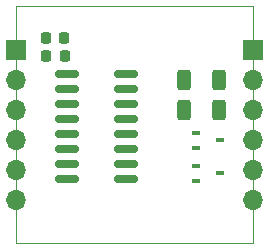
<source format=gbr>
G04 #@! TF.GenerationSoftware,KiCad,Pcbnew,(5.99.0-11522-g728b160719)*
G04 #@! TF.CreationDate,2021-08-02T20:57:02+10:00*
G04 #@! TF.ProjectId,USB-TTL,5553422d-5454-44c2-9e6b-696361645f70,rev?*
G04 #@! TF.SameCoordinates,Original*
G04 #@! TF.FileFunction,Soldermask,Top*
G04 #@! TF.FilePolarity,Negative*
%FSLAX46Y46*%
G04 Gerber Fmt 4.6, Leading zero omitted, Abs format (unit mm)*
G04 Created by KiCad (PCBNEW (5.99.0-11522-g728b160719)) date 2021-08-02 20:57:02*
%MOMM*%
%LPD*%
G01*
G04 APERTURE LIST*
G04 Aperture macros list*
%AMRoundRect*
0 Rectangle with rounded corners*
0 $1 Rounding radius*
0 $2 $3 $4 $5 $6 $7 $8 $9 X,Y pos of 4 corners*
0 Add a 4 corners polygon primitive as box body*
4,1,4,$2,$3,$4,$5,$6,$7,$8,$9,$2,$3,0*
0 Add four circle primitives for the rounded corners*
1,1,$1+$1,$2,$3*
1,1,$1+$1,$4,$5*
1,1,$1+$1,$6,$7*
1,1,$1+$1,$8,$9*
0 Add four rect primitives between the rounded corners*
20,1,$1+$1,$2,$3,$4,$5,0*
20,1,$1+$1,$4,$5,$6,$7,0*
20,1,$1+$1,$6,$7,$8,$9,0*
20,1,$1+$1,$8,$9,$2,$3,0*%
G04 Aperture macros list end*
G04 #@! TA.AperFunction,Profile*
%ADD10C,0.100000*%
G04 #@! TD*
%ADD11R,1.700000X1.700000*%
%ADD12O,1.700000X1.700000*%
%ADD13RoundRect,0.150000X-0.825000X-0.150000X0.825000X-0.150000X0.825000X0.150000X-0.825000X0.150000X0*%
%ADD14RoundRect,0.250000X-0.312500X-0.625000X0.312500X-0.625000X0.312500X0.625000X-0.312500X0.625000X0*%
%ADD15RoundRect,0.225000X-0.225000X-0.250000X0.225000X-0.250000X0.225000X0.250000X-0.225000X0.250000X0*%
%ADD16R,0.700000X0.450000*%
G04 APERTURE END LIST*
D10*
X157988000Y-103734000D02*
X137922000Y-103734000D01*
X137922000Y-103734000D02*
X137922000Y-83668000D01*
X137922000Y-83668000D02*
X157988000Y-83668000D01*
X157988000Y-83668000D02*
X157988000Y-103734000D01*
D11*
G04 #@! TO.C,J1*
X137922000Y-87376000D03*
D12*
X137922000Y-89916000D03*
X137922000Y-92456000D03*
X137922000Y-94996000D03*
X137922000Y-97536000D03*
X137922000Y-100076000D03*
G04 #@! TD*
D13*
G04 #@! TO.C,U1*
X142240000Y-89408000D03*
X142240000Y-90678000D03*
X142240000Y-91948000D03*
X142240000Y-93218000D03*
X142240000Y-94488000D03*
X142240000Y-95758000D03*
X142240000Y-97028000D03*
X142240000Y-98298000D03*
X147190000Y-98298000D03*
X147190000Y-97028000D03*
X147190000Y-95758000D03*
X147190000Y-94488000D03*
X147190000Y-93218000D03*
X147190000Y-91948000D03*
X147190000Y-90678000D03*
X147190000Y-89408000D03*
G04 #@! TD*
D14*
G04 #@! TO.C,R2*
X152146000Y-92456000D03*
X155071000Y-92456000D03*
G04 #@! TD*
G04 #@! TO.C,R1*
X152146000Y-89916000D03*
X155071000Y-89916000D03*
G04 #@! TD*
D15*
G04 #@! TO.C,C2*
X140449000Y-87884000D03*
X141999000Y-87884000D03*
G04 #@! TD*
D16*
G04 #@! TO.C,Q1*
X153116500Y-97140000D03*
X153116500Y-98440000D03*
X155116500Y-97790000D03*
G04 #@! TD*
D15*
G04 #@! TO.C,C1*
X140436000Y-86360000D03*
X141986000Y-86360000D03*
G04 #@! TD*
D11*
G04 #@! TO.C,J2*
X157988000Y-87376000D03*
D12*
X157988000Y-89916000D03*
X157988000Y-92456000D03*
X157988000Y-94996000D03*
X157988000Y-97536000D03*
X157988000Y-100076000D03*
G04 #@! TD*
D16*
G04 #@! TO.C,Q2*
X153116500Y-94346000D03*
X153116500Y-95646000D03*
X155116500Y-94996000D03*
G04 #@! TD*
M02*

</source>
